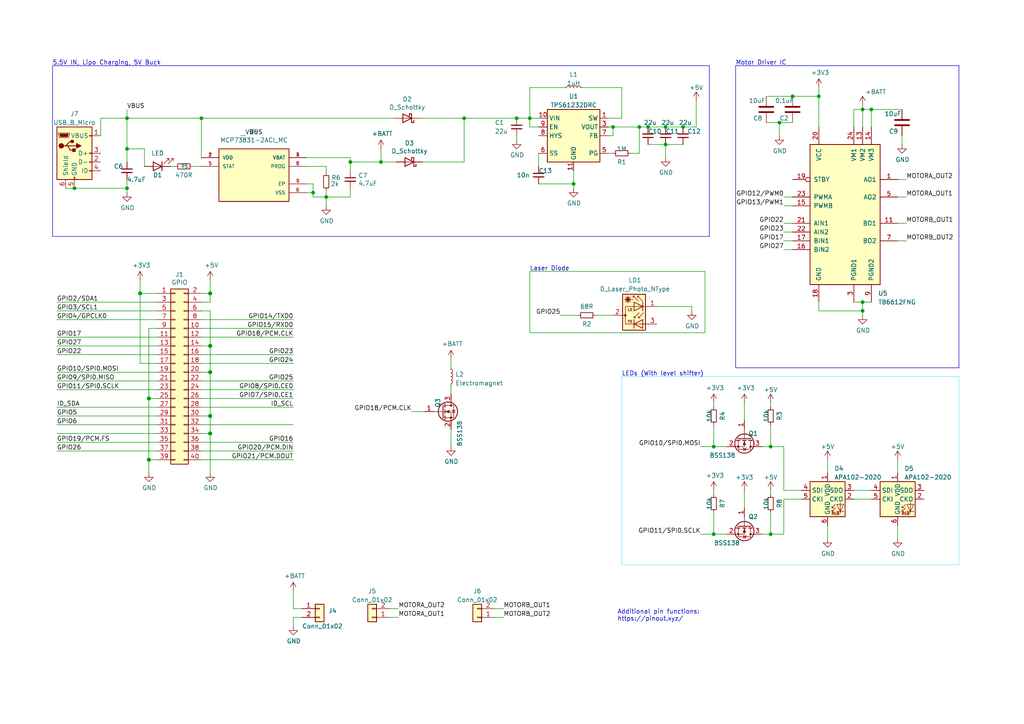
<source format=kicad_sch>
(kicad_sch (version 20230121) (generator eeschema)
  (paper "A4")
  (title_block (date "15 nov 2012"))
  (lib_symbols
    (symbol "+5V_1" (power) (pin_names (offset 0))
      (property "Value" "+5V_1" (at 0 3.556 0))
      (symbol "+5V_1_1_1"
        (pin power_in line (at 0 0 90) (length 0) hide (name "+5V") (number "1"))
      )
    )
    (symbol "Connector:USB_B_Micro" (pin_names (offset 1.016))
      (property "Reference" "J" (at -5.08 11.43 0))
      (property "Value" "USB_B_Micro" (at -5.08 8.89 0))
      (symbol "USB_B_Micro_1_1"
        (pin power_out line (at 7.62 5.08 180) (length 2.54) (name "VBUS") (number "1"))
        (pin bidirectional line (at 7.62 -2.54 180) (length 2.54) (name "D-") (number "2"))
        (pin bidirectional line (at 7.62 0 180) (length 2.54) (name "D+") (number "3"))
        (pin passive line (at 7.62 -5.08 180) (length 2.54) (name "ID") (number "4"))
        (pin power_out line (at 0 -10.16 90) (length 2.54) (name "GND") (number "5"))
        (pin passive line (at -2.54 -10.16 90) (length 2.54) (name "Shield") (number "6"))
      )
    )
    (symbol "Connector_Generic:Conn_01x02" (pin_names (offset 1.016) hide)
      (property "Reference" "J" (at 0 2.54 0))
      (property "Value" "Conn_01x02" (at 0 -5.08 0))
      (symbol "Conn_01x02_1_1"
        (pin passive line (at -5.08 0 0) (length 3.81) (name "Pin_1") (number "1"))
        (pin passive line (at -5.08 -2.54 0) (length 3.81) (name "Pin_2") (number "2"))
      )
    )
    (symbol "Connector_Generic:Conn_02x20_Odd_Even" (pin_names (offset 1.016) hide)
      (property "Reference" "J" (at 1.27 25.4 0))
      (property "Value" "Conn_02x20_Odd_Even" (at 1.27 -27.94 0))
      (symbol "Conn_02x20_Odd_Even_1_1"
        (pin passive line (at -5.08 22.86 0) (length 3.81) (name "Pin_1") (number "1"))
        (pin passive line (at 7.62 12.7 180) (length 3.81) (name "Pin_10") (number "10"))
        (pin passive line (at -5.08 10.16 0) (length 3.81) (name "Pin_11") (number "11"))
        (pin passive line (at 7.62 10.16 180) (length 3.81) (name "Pin_12") (number "12"))
        (pin passive line (at -5.08 7.62 0) (length 3.81) (name "Pin_13") (number "13"))
        (pin passive line (at 7.62 7.62 180) (length 3.81) (name "Pin_14") (number "14"))
        (pin passive line (at -5.08 5.08 0) (length 3.81) (name "Pin_15") (number "15"))
        (pin passive line (at 7.62 5.08 180) (length 3.81) (name "Pin_16") (number "16"))
        (pin passive line (at -5.08 2.54 0) (length 3.81) (name "Pin_17") (number "17"))
        (pin passive line (at 7.62 2.54 180) (length 3.81) (name "Pin_18") (number "18"))
        (pin passive line (at -5.08 0 0) (length 3.81) (name "Pin_19") (number "19"))
        (pin passive line (at 7.62 22.86 180) (length 3.81) (name "Pin_2") (number "2"))
        (pin passive line (at 7.62 0 180) (length 3.81) (name "Pin_20") (number "20"))
        (pin passive line (at -5.08 -2.54 0) (length 3.81) (name "Pin_21") (number "21"))
        (pin passive line (at 7.62 -2.54 180) (length 3.81) (name "Pin_22") (number "22"))
        (pin passive line (at -5.08 -5.08 0) (length 3.81) (name "Pin_23") (number "23"))
        (pin passive line (at 7.62 -5.08 180) (length 3.81) (name "Pin_24") (number "24"))
        (pin passive line (at -5.08 -7.62 0) (length 3.81) (name "Pin_25") (number "25"))
        (pin passive line (at 7.62 -7.62 180) (length 3.81) (name "Pin_26") (number "26"))
        (pin passive line (at -5.08 -10.16 0) (length 3.81) (name "Pin_27") (number "27"))
        (pin passive line (at 7.62 -10.16 180) (length 3.81) (name "Pin_28") (number "28"))
        (pin passive line (at -5.08 -12.7 0) (length 3.81) (name "Pin_29") (number "29"))
        (pin passive line (at -5.08 20.32 0) (length 3.81) (name "Pin_3") (number "3"))
        (pin passive line (at 7.62 -12.7 180) (length 3.81) (name "Pin_30") (number "30"))
        (pin passive line (at -5.08 -15.24 0) (length 3.81) (name "Pin_31") (number "31"))
        (pin passive line (at 7.62 -15.24 180) (length 3.81) (name "Pin_32") (number "32"))
        (pin passive line (at -5.08 -17.78 0) (length 3.81) (name "Pin_33") (number "33"))
        (pin passive line (at 7.62 -17.78 180) (length 3.81) (name "Pin_34") (number "34"))
        (pin passive line (at -5.08 -20.32 0) (length 3.81) (name "Pin_35") (number "35"))
        (pin passive line (at 7.62 -20.32 180) (length 3.81) (name "Pin_36") (number "36"))
        (pin passive line (at -5.08 -22.86 0) (length 3.81) (name "Pin_37") (number "37"))
        (pin passive line (at 7.62 -22.86 180) (length 3.81) (name "Pin_38") (number "38"))
        (pin passive line (at -5.08 -25.4 0) (length 3.81) (name "Pin_39") (number "39"))
        (pin passive line (at 7.62 20.32 180) (length 3.81) (name "Pin_4") (number "4"))
        (pin passive line (at 7.62 -25.4 180) (length 3.81) (name "Pin_40") (number "40"))
        (pin passive line (at -5.08 17.78 0) (length 3.81) (name "Pin_5") (number "5"))
        (pin passive line (at 7.62 17.78 180) (length 3.81) (name "Pin_6") (number "6"))
        (pin passive line (at -5.08 15.24 0) (length 3.81) (name "Pin_7") (number "7"))
        (pin passive line (at 7.62 15.24 180) (length 3.81) (name "Pin_8") (number "8"))
        (pin passive line (at -5.08 12.7 0) (length 3.81) (name "Pin_9") (number "9"))
      )
    )
    (symbol "Device:C" (pin_numbers hide) (pin_names (offset 0.254))
      (property "Reference" "C" (at 0.635 2.54 0))
      (property "Value" "C" (at 0.635 -2.54 0))
      (symbol "C_1_1"
        (pin passive line (at 0 3.81 270) (length 2.794) (name "~") (number "1"))
        (pin passive line (at 0 -3.81 90) (length 2.794) (name "~") (number "2"))
      )
    )
    (symbol "Device:C_Small" (pin_numbers hide) (pin_names (offset 0.254) hide)
      (property "Reference" "C" (at 0.254 1.778 0))
      (property "Value" "C_Small" (at 0.254 -2.032 0))
      (symbol "C_Small_1_1"
        (pin passive line (at 0 2.54 270) (length 2.032) (name "~") (number "1"))
        (pin passive line (at 0 -2.54 90) (length 2.032) (name "~") (number "2"))
      )
    )
    (symbol "Device:D_Laser_Photo_NType" (pin_names hide)
      (property "Reference" "LD" (at 1.016 7.112 0))
      (property "Value" "D_Laser_Photo_NType" (at 1.016 -5.588 0))
      (symbol "D_Laser_Photo_NType_1_1"
        (pin passive line (at 7.62 2.54 180) (length 2.54) (name "~") (number "1"))
        (pin passive line (at -5.08 0 0) (length 2.54) (name "~") (number "2"))
        (pin passive line (at 7.62 -2.54 180) (length 2.54) (name "~") (number "3"))
      )
    )
    (symbol "Device:D_Schottky" (pin_numbers hide) (pin_names (offset 1.016) hide)
      (property "Reference" "D" (at 0 2.54 0))
      (property "Value" "D_Schottky" (at 0 -2.54 0))
      (symbol "D_Schottky_1_1"
        (pin passive line (at -3.81 0 0) (length 2.54) (name "K") (number "1"))
        (pin passive line (at 3.81 0 180) (length 2.54) (name "A") (number "2"))
      )
    )
    (symbol "Device:LED" (pin_numbers hide) (pin_names (offset 1.016) hide)
      (property "Reference" "D" (at 0 2.54 0))
      (property "Value" "LED" (at 0 -2.54 0))
      (symbol "LED_1_1"
        (pin passive line (at -3.81 0 0) (length 2.54) (name "K") (number "1"))
        (pin passive line (at 3.81 0 180) (length 2.54) (name "A") (number "2"))
      )
    )
    (symbol "Device:L_Small" (pin_numbers hide) (pin_names (offset 0.254) hide)
      (property "Reference" "L" (at 0.762 1.016 0))
      (property "Value" "L_Small" (at 0.762 -1.016 0))
      (symbol "L_Small_1_1"
        (pin passive line (at 0 2.54 270) (length 0.508) (name "~") (number "1"))
        (pin passive line (at 0 -2.54 90) (length 0.508) (name "~") (number "2"))
      )
    )
    (symbol "Device:R_Small" (pin_numbers hide) (pin_names (offset 0.254) hide)
      (property "Reference" "R" (at 0.762 0.508 0))
      (property "Value" "R_Small" (at 0.762 -1.016 0))
      (symbol "R_Small_1_1"
        (pin passive line (at 0 2.54 270) (length 0.762) (name "~") (number "1"))
        (pin passive line (at 0 -2.54 90) (length 0.762) (name "~") (number "2"))
      )
    )
    (symbol "Driver_Motor:TB6612FNG" (pin_names (offset 1.016))
      (property "Reference" "U" (at 11.43 17.78 0))
      (property "Value" "TB6612FNG" (at 11.43 15.24 0))
      (symbol "TB6612FNG_1_1"
        (pin output line (at 15.24 10.16 180) (length 5.08) (name "AO1") (number "1"))
        (pin passive line (at 7.62 -25.4 90) (length 5.08) hide (name "PGND2") (number "10"))
        (pin output line (at 15.24 -2.54 180) (length 5.08) (name "BO1") (number "11"))
        (pin passive line (at 15.24 -2.54 180) (length 5.08) hide (name "BO1") (number "12"))
        (pin power_in line (at 5.08 25.4 270) (length 5.08) (name "VM2") (number "13"))
        (pin power_in line (at 7.62 25.4 270) (length 5.08) (name "VM3") (number "14"))
        (pin input line (at -15.24 2.54 0) (length 5.08) (name "PWMB") (number "15"))
        (pin input line (at -15.24 -10.16 0) (length 5.08) (name "BIN2") (number "16"))
        (pin input line (at -15.24 -7.62 0) (length 5.08) (name "BIN1") (number "17"))
        (pin power_in line (at -7.62 -25.4 90) (length 5.08) (name "GND") (number "18"))
        (pin input inverted (at -15.24 10.16 0) (length 5.08) (name "STBY") (number "19"))
        (pin passive line (at 15.24 10.16 180) (length 5.08) hide (name "AO1") (number "2"))
        (pin power_in line (at -7.62 25.4 270) (length 5.08) (name "VCC") (number "20"))
        (pin input line (at -15.24 -2.54 0) (length 5.08) (name "AIN1") (number "21"))
        (pin input line (at -15.24 -5.08 0) (length 5.08) (name "AIN2") (number "22"))
        (pin input line (at -15.24 5.08 0) (length 5.08) (name "PWMA") (number "23"))
        (pin power_in line (at 2.54 25.4 270) (length 5.08) (name "VM1") (number "24"))
        (pin power_in line (at 2.54 -25.4 90) (length 5.08) (name "PGND1") (number "3"))
        (pin passive line (at 2.54 -25.4 90) (length 5.08) hide (name "PGND1") (number "4"))
        (pin output line (at 15.24 5.08 180) (length 5.08) (name "AO2") (number "5"))
        (pin passive line (at 15.24 5.08 180) (length 5.08) hide (name "AO2") (number "6"))
        (pin output line (at 15.24 -7.62 180) (length 5.08) (name "BO2") (number "7"))
        (pin passive line (at 15.24 -7.62 180) (length 5.08) hide (name "BO2") (number "8"))
        (pin power_in line (at 7.62 -25.4 90) (length 5.08) (name "PGND2") (number "9"))
      )
    )
    (symbol "Kicad_symbols:MCP73831-2ACI_MC" (pin_names (offset 1.016))
      (property "Reference" "U" (at -10.16 7.62 0))
      (property "Value" "MCP73831-2ACI_MC" (at -10.16 -10.16 0))
      (symbol "MCP73831-2ACI_MC_0_0"
        (pin power_in line (at -15.24 5.08 0) (length 5.08) (name "VDD") (number "1"))
        (pin power_in line (at -15.24 5.08 0) (length 5.08) (name "VDD") (number "2"))
        (pin output line (at 15.24 5.08 180) (length 5.08) (name "VBAT") (number "3"))
        (pin output line (at 15.24 5.08 180) (length 5.08) (name "VBAT") (number "4"))
        (pin output line (at -15.24 2.54 0) (length 5.08) (name "STAT") (number "5"))
        (pin power_in line (at 15.24 -5.08 180) (length 5.08) (name "VSS") (number "6"))
        (pin input line (at 15.24 2.54 180) (length 5.08) (name "PROG") (number "8"))
        (pin power_in line (at 15.24 -2.54 180) (length 5.08) (name "EP") (number "9"))
      )
    )
    (symbol "LED:APA102-2020"
      (property "Reference" "D" (at 5.08 5.715 0))
      (property "Value" "APA102-2020" (at 1.27 -5.715 0))
      (symbol "APA102-2020_0_0"
        (text "RGB" (at 2.286 -4.191 0) (effects (font (size 0.762 0.762))))
      )
      (symbol "APA102-2020_1_1"
        (pin power_in line (at 0 7.62 270) (length 2.54) (name "VDD") (number "1"))
        (pin output line (at 7.62 0 180) (length 2.54) (name "CKO") (number "2"))
        (pin output line (at 7.62 2.54 180) (length 2.54) (name "SDO") (number "3"))
        (pin input line (at -7.62 2.54 0) (length 2.54) (name "SDI") (number "4"))
        (pin input line (at -7.62 0 0) (length 2.54) (name "CKI") (number "5"))
        (pin power_in line (at 0 -7.62 90) (length 2.54) (name "GND") (number "6"))
      )
    )
    (symbol "Regulator_Switching:TPS61230DRC"
      (property "Reference" "U" (at -7.62 11.43 0))
      (property "Value" "TPS61230DRC" (at -7.62 8.89 0))
      (symbol "TPS61230DRC_1_1"
        (pin power_out line (at 10.16 5.08 180) (length 2.54) (name "SW") (number "1"))
        (pin power_in line (at -10.16 5.08 0) (length 2.54) (name "VIN") (number "10"))
        (pin power_in line (at 0 -10.16 90) (length 2.54) (name "GND") (number "11"))
        (pin passive line (at 10.16 5.08 180) (length 2.54) hide (name "SW") (number "2"))
        (pin power_out line (at 10.16 2.54 180) (length 2.54) (name "VOUT") (number "3"))
        (pin passive line (at 10.16 2.54 180) (length 2.54) hide (name "VOUT") (number "4"))
        (pin output line (at 10.16 -5.08 180) (length 2.54) (name "PG") (number "5"))
        (pin input line (at -10.16 -5.08 0) (length 2.54) (name "SS") (number "6"))
        (pin input line (at 10.16 0 180) (length 2.54) (name "FB") (number "7"))
        (pin output line (at -10.16 0 0) (length 2.54) (name "HYS") (number "8"))
        (pin input line (at -10.16 2.54 0) (length 2.54) (name "EN") (number "9"))
      )
    )
    (symbol "Transistor_FET:BSS138" (pin_names hide)
      (property "Reference" "Q" (at 5.08 1.905 0))
      (property "Value" "BSS138" (at 5.08 0 0))
      (symbol "BSS138_1_1"
        (pin input line (at -5.08 0 0) (length 2.54) (name "G") (number "1"))
        (pin passive line (at 2.54 -5.08 90) (length 2.54) (name "S") (number "2"))
        (pin passive line (at 2.54 5.08 270) (length 2.54) (name "D") (number "3"))
      )
    )
    (symbol "power:+3.3V" (power) (pin_names (offset 0))
      (property "Value" "+3.3V" (at 0 3.556 0))
      (symbol "+3.3V_1_1"
        (pin power_in line (at 0 0 90) (length 0) hide (name "+3V3") (number "1"))
      )
    )
    (symbol "power:+5V" (power) (pin_names (offset 0))
      (property "Value" "+5V" (at 0 3.556 0))
      (symbol "+5V_1_1"
        (pin power_in line (at 0 0 90) (length 0) hide (name "+5V") (number "1"))
      )
    )
    (symbol "power:+BATT" (power) (pin_names (offset 0))
      (property "Value" "+BATT" (at 0 3.556 0))
      (symbol "+BATT_1_1"
        (pin power_in line (at 0 0 90) (length 0) hide (name "+BATT") (number "1"))
      )
    )
    (symbol "power:GND" (power) (pin_names (offset 0))
      (property "Value" "GND" (at 0 -3.81 0))
      (symbol "GND_1_1"
        (pin power_in line (at 0 0 270) (length 0) hide (name "GND") (number "1"))
      )
    )
  )
  (junction (at 94.615 57.15))
  (junction (at 229.87 27.94))
  (junction (at 36.83 43.18))
  (junction (at 60.96 120.65) (diameter 1.016))
  (junction (at 223.52 154.94))
  (junction (at 40.64 85.09) (diameter 1.016))
  (junction (at 134.62 34.29))
  (junction (at 60.96 125.73) (diameter 1.016))
  (junction (at 207.01 154.94))
  (junction (at 193.04 41.91))
  (junction (at 58.42 34.29))
  (junction (at 21.59 54.61))
  (junction (at 43.18 115.57) (diameter 1.016))
  (junction (at 250.19 87.63))
  (junction (at 101.6 46.99))
  (junction (at 207.01 129.54))
  (junction (at 185.42 36.83))
  (junction (at 153.67 34.29))
  (junction (at 60.96 107.95) (diameter 1.016))
  (junction (at 36.83 54.61))
  (junction (at 250.19 90.17))
  (junction (at 237.49 27.94))
  (junction (at 187.96 36.83))
  (junction (at 60.96 100.33) (diameter 1.016))
  (junction (at 177.8 36.83))
  (junction (at 110.49 46.99))
  (junction (at 250.19 31.75))
  (junction (at 223.52 129.54))
  (junction (at 193.04 36.83))
  (junction (at 36.83 34.29))
  (junction (at 166.37 53.34))
  (junction (at 226.06 35.56))
  (junction (at 252.73 31.75))
  (junction (at 149.86 34.29))
  (junction (at 198.12 36.83))
  (junction (at 43.18 133.35) (diameter 1.016))
  (junction (at 90.805 55.88))
  (junction (at 60.96 85.09) (diameter 1.016))
  (wire (pts (xy 43.18 115.57) (xy 43.18 133.35)))
  (wire (pts (xy 58.42 115.57) (xy 85.09 115.57)))
  (wire (pts (xy 143.51 176.53) (xy 146.05 176.53)))
  (wire (pts (xy 94.615 57.15) (xy 101.6 57.15)))
  (wire (pts (xy 172.72 91.44) (xy 177.8 91.44)))
  (wire (pts (xy 250.19 87.63) (xy 252.73 87.63)))
  (wire (pts (xy 45.72 97.79) (xy 16.51 97.79)))
  (wire (pts (xy 180.34 34.29) (xy 176.53 34.29)))
  (wire (pts (xy 223.52 148.59) (xy 223.52 154.94)))
  (wire (pts (xy 204.47 96.52) (xy 204.47 78.74)))
  (wire (pts (xy 203.2 129.54) (xy 207.01 129.54)))
  (wire (pts (xy 36.83 43.18) (xy 36.83 46.99)))
  (wire (pts (xy 60.96 90.17) (xy 60.96 100.33)))
  (wire (pts (xy 260.35 52.07) (xy 262.89 52.07)))
  (wire (pts (xy 36.83 54.61) (xy 36.83 55.88)))
  (wire (pts (xy 110.49 43.18) (xy 110.49 46.99)))
  (wire (pts (xy 60.96 107.95) (xy 58.42 107.95)))
  (wire (pts (xy 207.01 154.94) (xy 210.82 154.94)))
  (polyline (pts (xy 278.13 19.05) (xy 278.13 106.68)))
  (wire (pts (xy 250.19 31.75) (xy 250.19 30.48)))
  (wire (pts (xy 156.21 36.83) (xy 153.67 36.83)))
  (wire (pts (xy 177.8 36.83) (xy 185.42 36.83)))
  (wire (pts (xy 94.615 55.245) (xy 94.615 57.15)))
  (wire (pts (xy 36.83 52.07) (xy 36.83 54.61)))
  (wire (pts (xy 85.09 179.07) (xy 87.63 179.07)))
  (wire (pts (xy 60.96 120.65) (xy 60.96 125.73)))
  (wire (pts (xy 41.91 43.18) (xy 41.91 48.26)))
  (wire (pts (xy 36.83 34.29) (xy 36.83 43.18)))
  (wire (pts (xy 226.06 35.56) (xy 226.06 39.37)))
  (wire (pts (xy 240.03 133.35) (xy 240.03 137.16)))
  (wire (pts (xy 226.06 35.56) (xy 229.87 35.56)))
  (wire (pts (xy 113.03 176.53) (xy 115.57 176.53)))
  (wire (pts (xy 168.91 25.4) (xy 180.34 25.4)))
  (wire (pts (xy 85.09 171.45) (xy 85.09 176.53)))
  (wire (pts (xy 227.33 142.24) (xy 232.41 142.24)))
  (polyline (pts (xy 213.36 19.05) (xy 278.13 19.05)))
  (wire (pts (xy 60.96 107.95) (xy 60.96 120.65)))
  (wire (pts (xy 198.12 36.83) (xy 201.93 36.83)))
  (wire (pts (xy 58.42 92.71) (xy 85.09 92.71)))
  (wire (pts (xy 223.52 129.54) (xy 220.98 129.54)))
  (wire (pts (xy 247.65 142.24) (xy 252.73 142.24)))
  (wire (pts (xy 43.18 95.25) (xy 43.18 115.57)))
  (wire (pts (xy 122.555 46.99) (xy 134.62 46.99)))
  (wire (pts (xy 222.25 27.94) (xy 229.87 27.94)))
  (polyline (pts (xy 213.36 19.05) (xy 213.36 106.68)))
  (wire (pts (xy 240.03 152.4) (xy 240.03 156.21)))
  (polyline (pts (xy 278.13 106.68) (xy 213.36 106.68)))
  (wire (pts (xy 227.33 72.39) (xy 229.87 72.39)))
  (wire (pts (xy 260.35 57.15) (xy 262.89 57.15)))
  (wire (pts (xy 203.2 154.94) (xy 207.01 154.94)))
  (wire (pts (xy 223.52 129.54) (xy 227.33 129.54)))
  (wire (pts (xy 215.9 142.24) (xy 215.9 147.32)))
  (wire (pts (xy 227.33 129.54) (xy 227.33 142.24)))
  (wire (pts (xy 43.18 95.25) (xy 45.72 95.25)))
  (wire (pts (xy 177.8 36.83) (xy 176.53 36.83)))
  (wire (pts (xy 252.73 31.75) (xy 261.62 31.75)))
  (wire (pts (xy 177.8 39.37) (xy 177.8 36.83)))
  (wire (pts (xy 58.42 113.03) (xy 85.09 113.03)))
  (wire (pts (xy 45.72 118.11) (xy 16.51 118.11)))
  (wire (pts (xy 101.6 46.99) (xy 110.49 46.99)))
  (wire (pts (xy 16.51 120.65) (xy 45.72 120.65)))
  (wire (pts (xy 180.34 163.83) (xy 278.13 163.83)) (stroke (width 0) (color 97 240 255 1)))
  (wire (pts (xy 166.37 53.34) (xy 166.37 54.61)))
  (wire (pts (xy 193.04 41.91) (xy 193.04 45.72)))
  (polyline (pts (xy 15.24 19.05) (xy 15.24 21.59)))
  (wire (pts (xy 180.34 25.4) (xy 180.34 34.29)))
  (wire (pts (xy 153.67 34.29) (xy 153.67 25.4)))
  (wire (pts (xy 43.18 115.57) (xy 45.72 115.57)))
  (wire (pts (xy 130.81 124.46) (xy 130.81 129.54)))
  (wire (pts (xy 58.42 102.87) (xy 85.09 102.87)))
  (polyline (pts (xy 15.24 19.05) (xy 205.74 19.05)))
  (wire (pts (xy 58.42 45.72) (xy 58.42 34.29)))
  (wire (pts (xy 227.33 154.94) (xy 223.52 154.94)))
  (wire (pts (xy 229.87 27.94) (xy 237.49 27.94)))
  (wire (pts (xy 58.42 133.35) (xy 85.09 133.35)))
  (wire (pts (xy 43.18 133.35) (xy 43.18 137.16)))
  (wire (pts (xy 16.51 100.33) (xy 45.72 100.33)))
  (wire (pts (xy 222.25 35.56) (xy 226.06 35.56)))
  (wire (pts (xy 260.35 64.77) (xy 262.89 64.77)))
  (wire (pts (xy 156.21 44.45) (xy 156.21 48.26)))
  (wire (pts (xy 40.64 81.28) (xy 40.64 85.09)))
  (wire (pts (xy 237.49 87.63) (xy 237.49 90.17)))
  (wire (pts (xy 193.04 41.91) (xy 198.12 41.91)))
  (wire (pts (xy 250.19 31.75) (xy 250.19 36.83)))
  (wire (pts (xy 252.73 36.83) (xy 252.73 31.75)))
  (wire (pts (xy 182.88 44.45) (xy 185.42 44.45)))
  (wire (pts (xy 232.41 144.78) (xy 227.33 144.78)))
  (wire (pts (xy 227.33 57.15) (xy 229.87 57.15)))
  (wire (pts (xy 60.96 125.73) (xy 58.42 125.73)))
  (wire (pts (xy 153.67 34.29) (xy 156.21 34.29)))
  (wire (pts (xy 278.13 163.83) (xy 278.13 109.22)) (stroke (width 0) (color 97 240 255 1)))
  (wire (pts (xy 247.65 87.63) (xy 250.19 87.63)))
  (wire (pts (xy 223.52 123.19) (xy 223.52 129.54)))
  (wire (pts (xy 16.51 90.17) (xy 45.72 90.17)))
  (wire (pts (xy 166.37 53.34) (xy 156.21 53.34)))
  (wire (pts (xy 29.21 34.29) (xy 36.83 34.29)))
  (wire (pts (xy 16.51 113.03) (xy 45.72 113.03)))
  (wire (pts (xy 119.38 119.38) (xy 123.19 119.38)))
  (wire (pts (xy 29.21 34.29) (xy 29.21 39.37)))
  (wire (pts (xy 134.62 34.29) (xy 149.86 34.29)))
  (wire (pts (xy 121.92 34.29) (xy 134.62 34.29)))
  (wire (pts (xy 40.64 105.41) (xy 45.72 105.41)))
  (wire (pts (xy 45.72 87.63) (xy 16.51 87.63)))
  (wire (pts (xy 247.65 144.78) (xy 252.73 144.78)))
  (wire (pts (xy 60.96 85.09) (xy 60.96 87.63)))
  (wire (pts (xy 88.9 55.88) (xy 90.805 55.88)))
  (wire (pts (xy 49.53 48.26) (xy 50.8 48.26)))
  (wire (pts (xy 60.96 100.33) (xy 60.96 107.95)))
  (wire (pts (xy 58.42 97.79) (xy 85.09 97.79)))
  (wire (pts (xy 60.96 100.33) (xy 58.42 100.33)))
  (wire (pts (xy 237.49 27.94) (xy 237.49 36.83)))
  (polyline (pts (xy 205.74 19.05) (xy 205.74 68.58)))
  (wire (pts (xy 94.615 48.26) (xy 94.615 50.165)))
  (wire (pts (xy 60.96 81.28) (xy 60.96 85.09)))
  (wire (pts (xy 260.35 133.35) (xy 260.35 137.16)))
  (wire (pts (xy 16.51 92.71) (xy 45.72 92.71)))
  (wire (pts (xy 60.96 85.09) (xy 58.42 85.09)))
  (wire (pts (xy 166.37 49.53) (xy 166.37 53.34)))
  (wire (pts (xy 40.64 85.09) (xy 40.64 105.41)))
  (wire (pts (xy 153.67 96.52) (xy 204.47 96.52)))
  (wire (pts (xy 58.42 105.41) (xy 85.09 105.41)))
  (wire (pts (xy 130.81 111.76) (xy 130.81 114.3)))
  (wire (pts (xy 58.42 95.25) (xy 85.09 95.25)))
  (wire (pts (xy 187.96 41.91) (xy 193.04 41.91)))
  (wire (pts (xy 190.5 88.9) (xy 200.66 88.9)))
  (wire (pts (xy 207.01 129.54) (xy 210.82 129.54)))
  (wire (pts (xy 162.56 91.44) (xy 167.64 91.44)))
  (wire (pts (xy 250.19 87.63) (xy 250.19 90.17)))
  (wire (pts (xy 16.51 102.87) (xy 45.72 102.87)))
  (wire (pts (xy 252.73 31.75) (xy 250.19 31.75)))
  (wire (pts (xy 16.51 110.49) (xy 45.72 110.49)))
  (wire (pts (xy 153.67 78.74) (xy 204.47 78.74)))
  (wire (pts (xy 90.805 57.15) (xy 94.615 57.15)))
  (wire (pts (xy 153.67 36.83) (xy 153.67 34.29)))
  (wire (pts (xy 149.86 39.37) (xy 149.86 40.64)))
  (wire (pts (xy 113.03 179.07) (xy 115.57 179.07)))
  (wire (pts (xy 260.35 152.4) (xy 260.35 156.21)))
  (wire (pts (xy 261.62 39.37) (xy 261.62 41.91)))
  (wire (pts (xy 153.67 25.4) (xy 163.83 25.4)))
  (wire (pts (xy 215.9 116.84) (xy 215.9 121.92)))
  (wire (pts (xy 16.51 123.19) (xy 45.72 123.19)))
  (polyline (pts (xy 15.24 68.58) (xy 15.24 21.59)))
  (wire (pts (xy 60.96 87.63) (xy 58.42 87.63)))
  (wire (pts (xy 134.62 34.29) (xy 134.62 46.99)))
  (wire (pts (xy 227.33 64.77) (xy 229.87 64.77)))
  (wire (pts (xy 130.81 104.14) (xy 130.81 106.68)))
  (wire (pts (xy 177.8 44.45) (xy 176.53 44.45)))
  (wire (pts (xy 185.42 36.83) (xy 185.42 44.45)))
  (wire (pts (xy 223.52 142.24) (xy 223.52 143.51)))
  (wire (pts (xy 207.01 123.19) (xy 207.01 129.54)))
  (wire (pts (xy 16.51 128.27) (xy 45.72 128.27)))
  (wire (pts (xy 153.67 78.74) (xy 153.67 96.52)))
  (wire (pts (xy 237.49 90.17) (xy 250.19 90.17)))
  (wire (pts (xy 58.42 128.27) (xy 85.09 128.27)))
  (wire (pts (xy 176.53 39.37) (xy 177.8 39.37)))
  (wire (pts (xy 69.85 39.37) (xy 71.12 39.37)))
  (wire (pts (xy 19.05 54.61) (xy 21.59 54.61)))
  (wire (pts (xy 58.42 123.19) (xy 85.09 123.19)))
  (wire (pts (xy 43.18 133.35) (xy 45.72 133.35)))
  (wire (pts (xy 227.33 67.31) (xy 229.87 67.31)))
  (wire (pts (xy 85.09 181.61) (xy 85.09 179.07)))
  (wire (pts (xy 58.42 130.81) (xy 85.09 130.81)))
  (wire (pts (xy 94.615 57.15) (xy 94.615 59.69)))
  (wire (pts (xy 227.33 144.78) (xy 227.33 154.94)))
  (wire (pts (xy 143.51 179.07) (xy 146.05 179.07)))
  (wire (pts (xy 60.96 90.17) (xy 58.42 90.17)))
  (wire (pts (xy 223.52 116.84) (xy 223.52 118.11)))
  (wire (pts (xy 180.34 109.22) (xy 180.34 163.83)) (stroke (width 0) (color 97 240 255 1)))
  (wire (pts (xy 16.51 130.81) (xy 45.72 130.81)))
  (wire (pts (xy 185.42 36.83) (xy 187.96 36.83)))
  (wire (pts (xy 247.65 31.75) (xy 250.19 31.75)))
  (wire (pts (xy 110.49 46.99) (xy 114.935 46.99)))
  (wire (pts (xy 223.52 154.94) (xy 220.98 154.94)))
  (wire (pts (xy 207.01 148.59) (xy 207.01 154.94)))
  (wire (pts (xy 193.04 36.83) (xy 198.12 36.83)))
  (wire (pts (xy 101.6 45.72) (xy 101.6 46.99)))
  (wire (pts (xy 180.34 109.22) (xy 278.13 109.22)) (stroke (width 0) (color 93 226 255 1)))
  (wire (pts (xy 58.42 34.29) (xy 114.3 34.29)))
  (wire (pts (xy 101.6 54.61) (xy 101.6 57.15)))
  (wire (pts (xy 36.83 43.18) (xy 41.91 43.18)))
  (wire (pts (xy 36.83 34.29) (xy 58.42 34.29)))
  (wire (pts (xy 101.6 46.99) (xy 101.6 49.53)))
  (wire (pts (xy 250.19 90.17) (xy 250.19 91.44)))
  (wire (pts (xy 149.86 34.29) (xy 153.67 34.29)))
  (wire (pts (xy 88.9 53.34) (xy 90.805 53.34)))
  (wire (pts (xy 201.93 36.83) (xy 201.93 29.21)))
  (wire (pts (xy 60.96 125.73) (xy 60.96 137.16)))
  (wire (pts (xy 200.66 88.9) (xy 200.66 90.17)))
  (wire (pts (xy 58.42 110.49) (xy 85.09 110.49)))
  (wire (pts (xy 45.72 125.73) (xy 16.51 125.73)))
  (wire (pts (xy 21.59 54.61) (xy 36.83 54.61)))
  (wire (pts (xy 90.805 53.34) (xy 90.805 55.88)))
  (wire (pts (xy 36.83 31.75) (xy 36.83 34.29)))
  (wire (pts (xy 237.49 25.4) (xy 237.49 27.94)))
  (wire (pts (xy 94.615 48.26) (xy 88.9 48.26)))
  (wire (pts (xy 227.33 69.85) (xy 229.87 69.85)))
  (wire (pts (xy 90.805 55.88) (xy 90.805 57.15)))
  (wire (pts (xy 60.96 120.65) (xy 58.42 120.65)))
  (wire (pts (xy 88.9 45.72) (xy 101.6 45.72)))
  (wire (pts (xy 40.64 85.09) (xy 45.72 85.09)))
  (wire (pts (xy 247.65 36.83) (xy 247.65 31.75)))
  (wire (pts (xy 227.33 59.69) (xy 229.87 59.69)))
  (wire (pts (xy 207.01 116.84) (xy 207.01 118.11)))
  (wire (pts (xy 55.88 48.26) (xy 58.42 48.26)))
  (wire (pts (xy 45.72 107.95) (xy 16.51 107.95)))
  (wire (pts (xy 58.42 118.11) (xy 85.09 118.11)))
  (wire (pts (xy 85.09 176.53) (xy 87.63 176.53)))
  (wire (pts (xy 207.01 142.24) (xy 207.01 143.51)))
  (wire (pts (xy 260.35 69.85) (xy 262.89 69.85)))
  (wire (pts (xy 187.96 36.83) (xy 193.04 36.83)))
  (polyline (pts (xy 205.74 68.58) (xy 15.24 68.58)))
  (text "Motor Driver IC\n" (at 213.36 19.05 0) (effects (font (size 1.27 1.27)) (justify left bottom)))
  (text "Laser Diode" (at 153.67 78.74 0) (effects (font (size 1.27 1.27)) (justify left bottom)))
  (text "5.5V IN, Lipo Charging, 5V Buck" (at 15.24 19.05 0) (effects (font (size 1.27 1.27)) (justify left bottom)))
  (text "LEDs (With level shifter)" (at 180.34 109.22 0) (effects (font (size 1.27 1.27)) (justify left bottom)))
  (text "Additional pin functions:\nhttps://pinout.xyz/" (at 179.07 180.34 0) (effects (font (size 1.27 1.27)) (justify left bottom)))
  (label "MOTORB_OUT2" (at 146.05 179.07 0))
  (label "ID_SDA" (at 16.51 118.11 0))
  (label "GPIO6" (at 16.51 123.19 0))
  (label "GPIO17" (at 227.33 69.85 180))
  (label "ID_SCL" (at 85.09 118.11 180))
  (label "GPIO5" (at 16.51 120.65 0))
  (label "GPIO21{slash}PCM.DOUT" (at 85.09 133.35 180))
  (label "GPIO19{slash}PCM.FS" (at 16.51 128.27 0))
  (label "GPIO10{slash}SPI0.MOSI" (at 16.51 107.95 0))
  (label "MOTORA_OUT2" (at 262.89 52.07 0))
  (label "GPIO9{slash}SPI0.MISO" (at 16.51 110.49 0))
  (label "GPIO23" (at 85.09 102.87 180))
  (label "GPIO4{slash}GPCLK0" (at 16.51 92.71 0))
  (label "GPIO27" (at 227.33 72.39 180))
  (label "GPIO27" (at 16.51 100.33 0))
  (label "GPIO26" (at 16.51 130.81 0))
  (label "GPIO25" (at 162.56 91.44 180))
  (label "GPIO14{slash}TXD0" (at 85.09 92.71 180))
  (label "GPIO8{slash}SPI0.CE0" (at 85.09 113.03 180))
  (label "GPIO15{slash}RXD0" (at 85.09 95.25 180))
  (label "GPIO16" (at 85.09 128.27 180))
  (label "GPIO22" (at 16.51 102.87 0))
  (label "VBUS" (at 71.12 39.37 0))
  (label "GPIO18{slash}PCM.CLK" (at 119.38 119.38 180))
  (label "GPIO2{slash}SDA1" (at 16.51 87.63 0))
  (label "GPIO17" (at 16.51 97.79 0))
  (label "MOTORB_OUT1" (at 146.05 176.53 0))
  (label "GPIO25" (at 85.09 110.49 180))
  (label "GPIO3{slash}SCL1" (at 16.51 90.17 0))
  (label "GPIO18{slash}PCM.CLK" (at 85.09 97.79 180))
  (label "MOTORB_OUT2" (at 262.89 69.85 0))
  (label "GPIO10{slash}SPI0.MOSI" (at 203.2 129.54 180))
  (label "GPIO12{slash}PWM0" (at 227.33 57.15 180))
  (label "MOTORB_OUT1" (at 262.89 64.77 0))
  (label "GPIO13{slash}PWM1" (at 227.33 59.69 180))
  (label "GPIO20{slash}PCM.DIN" (at 85.09 130.81 180))
  (label "GPIO11{slash}SPI0.SCLK" (at 203.2 154.94 180))
  (label "GPIO24" (at 85.09 105.41 180))
  (label "MOTORA_OUT1" (at 262.89 57.15 0))
  (label "GPIO7{slash}SPI0.CE1" (at 85.09 115.57 180))
  (label "GPIO22" (at 227.33 64.77 180))
  (label "GPIO23" (at 227.33 67.31 180))
  (label "MOTORA_OUT2" (at 115.57 176.53 0))
  (label "VBUS" (at 36.83 31.75 0))
  (label "MOTORA_OUT1" (at 115.57 179.07 0))
  (label "GPIO11{slash}SPI0.SCLK" (at 16.51 113.03 0))
  (symbol (lib_id "power:+5V") (at 60.96 81.28 0) (unit 1)
    (property "Reference" "#PWR01" (effects hide))
    (property "Value" "+5V" (at 61.3283 76.9556 0))
  )
  (symbol (lib_id "power:+3.3V") (at 40.64 81.28 0) (unit 1)
    (property "Reference" "#PWR04" (effects hide))
    (property "Value" "+3.3V" (at 41.0083 76.9556 0))
  )
  (symbol (lib_id "power:GND") (at 60.96 137.16 0) (unit 1)
    (property "Reference" "#PWR02" (effects hide))
    (property "Value" "GND" (at 61.0743 141.4844 0))
  )
  (symbol (lib_id "power:GND") (at 43.18 137.16 0) (unit 1)
    (property "Reference" "#PWR03" (effects hide))
    (property "Value" "GND" (at 43.2943 141.4844 0))
  )
  (symbol (lib_id "Connector_Generic:Conn_02x20_Odd_Even") (at 50.8 107.95 0) (unit 1)
    (property "Reference" "J1" (at 52.07 79.6098 0))
    (property "Value" "GPIO" (at 52.07 81.915 0))
    (property "Footprint" "Connector_PinSocket_2.54mm:PinSocket_2x20_P2.54mm_Vertical" (effects hide))
  )
  (symbol (lib_id "Device:D_Laser_Photo_NType") (at 182.88 91.44 0) (unit 1)
    (property "Reference" "LD1" (at 184.15 81.28 0))
    (property "Value" "D_Laser_Photo_NType" (at 184.15 83.82 0))
    (property "Footprint" "OptoDevice:LaserDiode_TO18-D5.6-3" (effects hide))
    (property "Datasheet" "http://www.egismos.disonhu.com/laser/diode-package.htm" (effects hide))
  )
  (symbol (lib_name "+5V_1") (lib_id "power:+5V") (at 240.03 133.35 0) (unit 1)
    (property "Reference" "#PWR05" (effects hide))
    (property "Value" "+5V" (at 240.03 129.54 0))
  )
  (symbol (lib_id "power:GND") (at 250.19 91.44 0) (unit 1)
    (property "Reference" "#PWR08" (effects hide))
    (property "Value" "GND" (at 250.317 95.8342 0))
  )
  (symbol (lib_id "power:GND") (at 166.37 54.61 0) (unit 1)
    (property "Reference" "#PWR024" (effects hide))
    (property "Value" "GND" (at 166.4843 58.9344 0))
  )
  (symbol (lib_id "Device:R_Small") (at 53.34 48.26 90) (unit 1)
    (property "Reference" "R5" (at 54.61 48.26 90) (effects (font (size 1 1)) (justify left)))
    (property "Value" "470R" (at 55.88 50.8 90) (effects (justify left)))
    (property "Footprint" "Resistor_SMD:R_0603_1608Metric" (effects hide))
  )
  (symbol (lib_id "Connector_Generic:Conn_01x02") (at 107.95 179.07 180) (unit 1)
    (property "Reference" "J5" (at 107.95 171.45 0))
    (property "Value" "Conn_01x02" (at 107.95 173.99 0))
    (property "Footprint" "Connector_JST:JST_PH_B2B-PH-K_1x02_P2.00mm_Vertical" (effects hide))
  )
  (symbol (lib_id "power:+BATT") (at 130.81 104.14 0) (unit 1)
    (property "Reference" "#PWR028" (effects hide))
    (property "Value" "+BATT" (at 131.191 99.7458 0))
  )
  (symbol (lib_id "Connector:USB_B_Micro") (at 21.59 44.45 0) (unit 1)
    (property "Reference" "J7" (at 21.59 33.02 0))
    (property "Value" "USB_B_Micro" (at 21.59 35.56 0))
    (property "Footprint" "Connector_USB:USB_Micro-B_Molex_47346-0001" (effects hide))
  )
  (symbol (lib_id "power:GND") (at 226.06 39.37 0) (unit 1)
    (property "Reference" "#PWR06" (effects hide))
    (property "Value" "GND" (at 226.187 43.7642 0))
  )
  (symbol (lib_id "Device:R_Small") (at 207.01 146.05 180) (unit 1)
    (property "Reference" "R7" (at 209.55 146.05 90))
    (property "Value" "10k" (at 205.74 146.05 90))
    (property "Footprint" "Resistor_SMD:R_0603_1608Metric" (effects hide))
  )
  (symbol (lib_id "power:+3.3V") (at 207.01 142.24 0) (unit 1)
    (property "Reference" "#PWR025" (effects hide))
    (property "Value" "+3.3V" (at 207.3783 137.9156 0))
  )
  (symbol (lib_id "Device:D_Schottky") (at 118.745 46.99 180) (unit 1)
    (property "Reference" "D3" (at 118.745 41.5036 0))
    (property "Value" "D_Schottky" (at 118.745 43.815 0))
    (property "Footprint" "Diode_SMD:D_SOD-323" (effects hide))
    (property "LCSC" "C146335" (effects hide))
  )
  (symbol (lib_id "Transistor_FET:BSS138") (at 215.9 127 270) (unit 1)
    (property "Reference" "Q1" (at 218.44 125.73 90))
    (property "Value" "BSS138" (at 209.55 132.08 90))
    (property "Footprint" "Package_TO_SOT_SMD:SOT-23" (effects hide))
    (property "Datasheet" "https://www.onsemi.com/pub/Collateral/BSS138-D.PDF" (effects hide))
    (property "LCSC" "C358381" (effects hide))
  )
  (symbol (lib_id "power:GND") (at 94.615 59.69 0) (unit 1)
    (property "Reference" "#PWR018" (effects hide))
    (property "Value" "GND" (at 94.742 64.0842 0))
  )
  (symbol (lib_name "+5V_1") (lib_id "power:+5V") (at 223.52 142.24 0) (unit 1)
    (property "Reference" "#PWR027" (effects hide))
    (property "Value" "+5V" (at 223.52 138.43 0))
  )
  (symbol (lib_id "Device:R_Small") (at 223.52 146.05 180) (unit 1)
    (property "Reference" "R8" (at 226.06 146.05 90))
    (property "Value" "10k" (at 222.25 146.05 90))
    (property "Footprint" "Resistor_SMD:R_0603_1608Metric" (effects hide))
  )
  (symbol (lib_id "power:GND") (at 36.83 55.88 0) (unit 1)
    (property "Reference" "#PWR017" (effects hide))
    (property "Value" "GND" (at 36.957 60.2742 0))
  )
  (symbol (lib_id "Device:R_Small") (at 170.18 91.44 90) (unit 1)
    (property "Reference" "R2" (at 170.18 93.98 90))
    (property "Value" "68R" (at 170.18 88.9 90))
    (property "Footprint" "Resistor_SMD:R_0603_1608Metric" (effects hide))
  )
  (symbol (lib_id "power:+BATT") (at 85.09 171.45 0) (unit 1)
    (property "Reference" "#PWR030" (effects hide))
    (property "Value" "+BATT" (at 85.471 167.0558 0))
  )
  (symbol (lib_id "power:GND") (at 130.81 129.54 0) (unit 1)
    (property "Reference" "#PWR029" (effects hide))
    (property "Value" "GND" (at 130.9243 133.8644 0))
  )
  (symbol (lib_name "+5V_1") (lib_id "power:+5V") (at 201.93 29.21 0) (unit 1)
    (property "Reference" "#PWR015" (effects hide))
    (property "Value" "+5V" (at 201.93 25.4 0))
  )
  (symbol (lib_id "Transistor_FET:BSS138") (at 215.9 152.4 270) (unit 1)
    (property "Reference" "Q2" (at 218.44 149.86 90))
    (property "Value" "BSS138" (at 210.82 157.48 90))
    (property "Footprint" "Package_TO_SOT_SMD:SOT-23" (effects hide))
    (property "Datasheet" "https://www.onsemi.com/pub/Collateral/BSS138-D.PDF" (effects hide))
  )
  (symbol (lib_id "Device:L_Small") (at 130.81 109.22 0) (unit 1)
    (property "Reference" "L2" (at 132.08 108.585 0) (effects (justify left)))
    (property "Value" "Electromagnet" (at 132.08 111.125 0) (effects (justify left)))
    (property "Footprint" "Connector_PinSocket_2.54mm:PinSocket_2x20_P2.54mm_Vertical" (effects hide))
  )
  (symbol (lib_id "Driver_Motor:TB6612FNG") (at 245.11 62.23 0) (unit 1)
    (property "Reference" "U5" (at 254.6859 85.09 0) (effects (justify left)))
    (property "Value" "TB6612FNG" (at 254.6859 87.63 0) (effects (justify left)))
    (property "Footprint" "Package_SO:SSOP-24_5.3x8.2mm_P0.65mm" (effects hide))
    (property "Datasheet" "https://toshiba.semicon-storage.com/us/product/linear/motordriver/detail.TB6612FNG.html" (effects hide))
    (property "LCSC" "C141517" (effects hide))
  )
  (symbol (lib_id "Device:R_Small") (at 207.01 120.65 180) (unit 1)
    (property "Reference" "R4" (at 209.55 120.65 90))
    (property "Value" "10k" (at 205.74 120.65 90))
    (property "Footprint" "Resistor_SMD:R_0603_1608Metric" (effects hide))
  )
  (symbol (lib_id "Connector_Generic:Conn_01x02") (at 92.71 176.53 0) (unit 1)
    (property "Reference" "J4" (at 95.25 177.165 0) (effects (justify left)))
    (property "Value" "Conn_01x02" (at 87.63 181.61 0) (effects (justify left)))
    (property "Footprint" "Connector_JST:JST_PH_B2B-PH-K_1x02_P2.00mm_Vertical" (effects hide))
  )
  (symbol (lib_id "power:GND") (at 200.66 90.17 0) (unit 1)
    (property "Reference" "#PWR013" (effects hide))
    (property "Value" "GND" (at 200.787 94.5642 0))
  )
  (symbol (lib_id "Device:C_Small") (at 193.04 39.37 180) (unit 1)
    (property "Reference" "C11" (at 193.04 38.1 0) (effects (justify right)))
    (property "Value" "22u" (at 191.77 35.56 0) (effects (justify right)))
    (property "Footprint" "Capacitor_SMD:C_0805_2012Metric" (effects hide))
  )
  (symbol (lib_id "power:+3.3V") (at 207.01 116.84 0) (unit 1)
    (property "Reference" "#PWR016" (effects hide))
    (property "Value" "+3.3V" (at 207.3783 112.5156 0))
  )
  (symbol (lib_id "power:+3.3V") (at 215.9 142.24 0) (unit 1)
    (property "Reference" "#PWR026" (effects hide))
    (property "Value" "+3.3V" (at 215.9 138.43 0))
  )
  (symbol (lib_id "Regulator_Switching:TPS61230DRC") (at 166.37 39.37 0) (unit 1)
    (property "Reference" "U1" (at 166.37 27.94 0))
    (property "Value" "TPS61232DRC" (at 166.37 30.48 0))
    (property "Footprint" "Package_SON:Texas_S-PVSON-N10_ThermalVias" (effects hide))
    (property "Datasheet" "http://www.ti.com/lit/ds/symlink/tps61232.pdf" (effects hide))
  )
  (symbol (lib_id "power:GND") (at 240.03 156.21 0) (unit 1)
    (property "Reference" "#PWR011" (effects hide))
    (property "Value" "GND" (at 240.157 160.6042 0))
  )
  (symbol (lib_id "Kicad_symbols:MCP73831-2ACI_MC") (at 73.66 50.8 0) (unit 1)
    (property "Reference" "U4" (at 73.66 38.1 0))
    (property "Value" "MCP73831-2ACI_MC" (at 73.66 40.64 0))
    (property "Footprint" "kicad_footprints:SON50P200X300X100-9N" (effects hide))
    (property "PARTREV" "G" (effects hide))
    (property "STANDARD" "IPC 7351B" (effects hide))
    (property "MANUFACTURER" "MICROCHIP" (effects hide))
    (property "LCSC" "C150772" (effects hide))
  )
  (symbol (lib_id "Device:R_Small") (at 223.52 120.65 180) (unit 1)
    (property "Reference" "R3" (at 226.06 120.65 90))
    (property "Value" "10k" (at 222.25 120.65 90))
    (property "Footprint" "Resistor_SMD:R_0603_1608Metric" (effects hide))
  )
  (symbol (lib_id "power:GND") (at 149.86 40.64 0) (unit 1)
    (property "Reference" "#PWR022" (effects hide))
    (property "Value" "GND" (at 149.9743 44.9644 0))
  )
  (symbol (lib_name "+5V_1") (lib_id "power:+5V") (at 260.35 133.35 0) (unit 1)
    (property "Reference" "#PWR010" (effects hide))
    (property "Value" "+5V" (at 260.35 129.54 0))
  )
  (symbol (lib_id "Device:C") (at 261.62 35.56 0) (unit 1)
    (property "Reference" "C9" (at 257.81 38.1 0) (effects (justify left)))
    (property "Value" "10uF" (at 256.54 33.02 0) (effects (justify left)))
    (property "Footprint" "Capacitor_SMD:C_0603_1608Metric" (effects hide))
  )
  (symbol (lib_id "LED:APA102-2020") (at 240.03 144.78 0) (unit 1)
    (property "Reference" "D4" (at 241.9859 135.89 0) (effects (justify left)))
    (property "Value" "APA102-2020" (at 241.9859 138.43 0) (effects (justify left)))
    (property "Footprint" "LED_SMD:LED-APA102-2020" (effects hide))
    (property "Datasheet" "http://www.led-color.com/upload/201604/APA102-2020%20SMD%20LED.pdf" (effects hide))
  )
  (symbol (lib_id "Device:C_Small") (at 149.86 36.83 180) (unit 1)
    (property "Reference" "C1" (at 143.51 35.56 0) (effects (justify right)))
    (property "Value" "22u" (at 143.51 38.1 0) (effects (justify right)))
  )
  (symbol (lib_id "Device:C_Small") (at 156.21 50.8 180) (unit 1)
    (property "Reference" "C13" (at 156.21 49.53 0) (effects (justify right)))
    (property "Value" "10n" (at 149.86 50.8 0) (effects (justify right)))
    (property "Footprint" "Capacitor_SMD:C_0402_1005Metric" (effects hide))
  )
  (symbol (lib_id "Device:C_Small") (at 198.12 39.37 180) (unit 1)
    (property "Reference" "C12" (at 199.39 38.1 0) (effects (justify right)))
    (property "Value" "22u" (at 196.85 35.56 0) (effects (justify right)))
    (property "Footprint" "Capacitor_SMD:C_0805_2012Metric" (effects hide))
  )
  (symbol (lib_id "Device:R_Small") (at 94.615 52.705 180) (unit 1)
    (property "Reference" "R6" (at 96.1136 51.5366 0) (effects (justify right)))
    (property "Value" "2k" (at 95.885 53.34 0) (effects (justify right)))
    (property "Footprint" "Resistor_SMD:R_0603_1608Metric" (effects hide))
  )
  (symbol (lib_id "Transistor_FET:BSS138") (at 128.27 119.38 0) (unit 1)
    (property "Reference" "Q3" (at 127 116.84 90))
    (property "Value" "BSS138" (at 133.35 125.73 90))
    (property "Footprint" "Package_TO_SOT_SMD:SOT-23" (effects hide))
    (property "Datasheet" "https://www.onsemi.com/pub/Collateral/BSS138-D.PDF" (effects hide))
  )
  (symbol (lib_id "Device:C") (at 222.25 31.75 0) (unit 1)
    (property "Reference" "C8" (at 218.44 34.29 0) (effects (justify left)))
    (property "Value" "10uF" (at 217.17 29.21 0) (effects (justify left)))
    (property "Footprint" "Capacitor_SMD:C_0603_1608Metric" (effects hide))
  )
  (symbol (lib_id "Device:R_Small") (at 180.34 44.45 90) (unit 1)
    (property "Reference" "R1" (at 180.34 46.99 90))
    (property "Value" "1M" (at 180.34 43.18 90))
    (property "Footprint" "Resistor_SMD:R_0603_1608Metric" (effects hide))
  )
  (symbol (lib_id "Device:D_Schottky") (at 118.11 34.29 180) (unit 1)
    (property "Reference" "D2" (at 118.11 28.8036 0))
    (property "Value" "D_Schottky" (at 118.11 31.115 0))
    (property "Footprint" "Diode_SMD:D_SOD-323" (effects hide))
    (property "LCSC" "C146335" (effects hide))
  )
  (symbol (lib_id "Device:C_Small") (at 187.96 39.37 180) (unit 1)
    (property "Reference" "C10" (at 187.96 38.1 0) (effects (justify right)))
    (property "Value" "22u" (at 186.69 35.56 0) (effects (justify right)))
    (property "Footprint" "Capacitor_SMD:C_0805_2012Metric" (effects hide))
  )
  (symbol (lib_id "power:+3.3V") (at 215.9 116.84 0) (unit 1)
    (property "Reference" "#PWR014" (effects hide))
    (property "Value" "+3.3V" (at 216.2683 112.5156 0))
  )
  (symbol (lib_id "Connector_Generic:Conn_01x02") (at 138.43 179.07 180) (unit 1)
    (property "Reference" "J6" (at 138.43 171.45 0))
    (property "Value" "Conn_01x02" (at 138.43 173.99 0))
    (property "Footprint" "Connector_JST:JST_PH_B2B-PH-K_1x02_P2.00mm_Vertical" (effects hide))
  )
  (symbol (lib_id "Device:C_Small") (at 101.6 52.07 0) (unit 1)
    (property "Reference" "C7" (at 103.9368 50.9016 0) (effects (justify left)))
    (property "Value" "4.7uF" (at 103.9368 53.213 0) (effects (justify left)))
    (property "Footprint" "Capacitor_SMD:C_0603_1608Metric" (effects hide))
  )
  (symbol (lib_id "Device:C_Small") (at 36.83 49.53 0) (unit 1)
    (property "Reference" "C6" (at 33.02 48.26 0) (effects (justify left)))
    (property "Value" "4.7uF" (at 36.83 52.07 0) (effects (justify left)))
    (property "Footprint" "Capacitor_SMD:C_0603_1608Metric" (effects hide))
  )
  (symbol (lib_id "Device:LED") (at 45.72 48.26 180) (unit 1)
    (property "Reference" "D1" (at 45.72 50.8 0))
    (property "Value" "LED" (at 45.72 44.45 0))
    (property "Footprint" "LED_SMD:LED_0402_1005Metric" (effects hide))
  )
  (symbol (lib_id "LED:APA102-2020") (at 260.35 144.78 0) (unit 1)
    (property "Reference" "D5" (at 262.3059 135.89 0) (effects (justify left)))
    (property "Value" "APA102-2020" (at 262.3059 138.43 0) (effects (justify left)))
    (property "Footprint" "LED_SMD:LED-APA102-2020" (effects hide))
    (property "Datasheet" "http://www.led-color.com/upload/201604/APA102-2020%20SMD%20LED.pdf" (effects hide))
  )
  (symbol (lib_id "Device:L_Small") (at 166.37 25.4 90) (unit 1)
    (property "Reference" "L1" (at 166.37 21.59 90))
    (property "Value" "1uH" (at 166.37 24.13 90))
    (property "Footprint" "Inductor_SMD:L_0402_1005Metric" (effects hide))
  )
  (symbol (lib_id "power:+BATT") (at 250.19 30.48 0) (unit 1)
    (property "Reference" "#PWR09" (effects hide))
    (property "Value" "+BATT" (at 254 26.67 0))
  )
  (symbol (lib_id "power:GND") (at 261.62 41.91 0) (unit 1)
    (property "Reference" "#PWR020" (effects hide))
    (property "Value" "GND" (at 261.747 46.3042 0))
  )
  (symbol (lib_id "power:+BATT") (at 110.49 43.18 0) (unit 1)
    (property "Reference" "#PWR019" (effects hide))
    (property "Value" "+BATT" (at 110.871 38.7858 0))
  )
  (symbol (lib_id "power:+3.3V") (at 237.49 25.4 0) (unit 1)
    (property "Reference" "#PWR07" (effects hide))
    (property "Value" "+3.3V" (at 237.8583 21.0756 0))
  )
  (symbol (lib_id "power:GND") (at 260.35 156.21 0) (unit 1)
    (property "Reference" "#PWR012" (effects hide))
    (property "Value" "GND" (at 260.477 160.6042 0))
  )
  (symbol (lib_id "power:GND") (at 193.04 45.72 0) (unit 1)
    (property "Reference" "#PWR023" (effects hide))
    (property "Value" "GND" (at 193.1543 50.0444 0))
  )
  (symbol (lib_id "power:GND") (at 85.09 181.61 0) (unit 1)
    (property "Reference" "#PWR031" (effects hide))
    (property "Value" "GND" (at 85.2043 185.9344 0))
  )
  (symbol (lib_name "+5V_1") (lib_id "power:+5V") (at 223.52 116.84 0) (unit 1)
    (property "Reference" "#PWR021" (effects hide))
    (property "Value" "+5V" (at 223.52 113.03 0))
  )
  (symbol (lib_id "Device:C") (at 229.87 31.75 0) (unit 1)
    (property "Reference" "C2" (at 226.06 34.29 0) (effects (justify left)))
    (property "Value" "0.1uF" (at 224.79 29.21 0) (effects (justify left)))
    (property "Footprint" "Capacitor_SMD:C_0603_1608Metric" (effects hide))
  )
)
</source>
